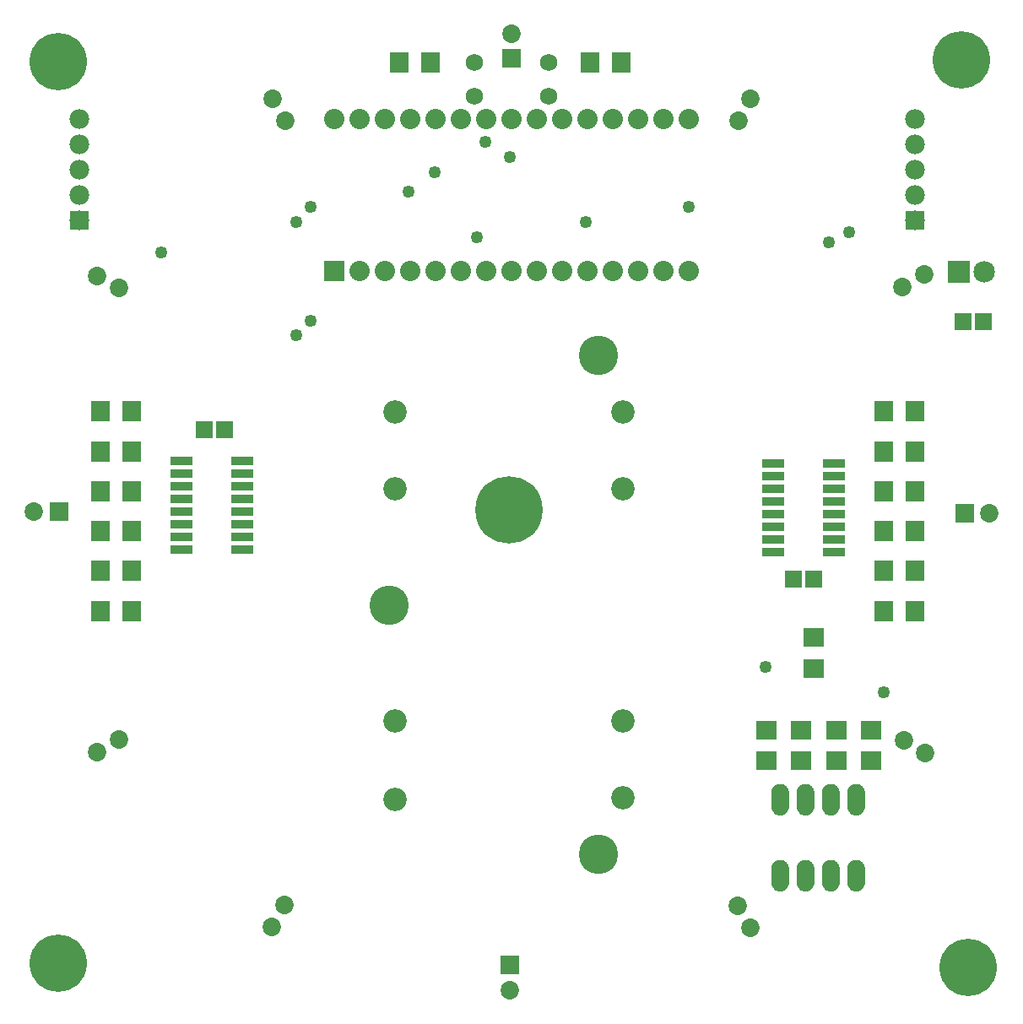
<source format=gts>
G04 MADE WITH FRITZING*
G04 WWW.FRITZING.ORG*
G04 DOUBLE SIDED*
G04 HOLES PLATED*
G04 CONTOUR ON CENTER OF CONTOUR VECTOR*
%ASAXBY*%
%FSLAX23Y23*%
%MOIN*%
%OFA0B0*%
%SFA1.0B1.0*%
%ADD10C,0.049370*%
%ADD11C,0.085000*%
%ADD12C,0.068189*%
%ADD13C,0.069055*%
%ADD14C,0.080000*%
%ADD15C,0.092677*%
%ADD16C,0.265905*%
%ADD17C,0.155669*%
%ADD18C,0.072992*%
%ADD19C,0.226535*%
%ADD20C,0.077559*%
%ADD21R,0.084803X0.072992*%
%ADD22R,0.085000X0.085000*%
%ADD23R,0.065118X0.069055*%
%ADD24R,0.090000X0.036000*%
%ADD25R,0.080000X0.079972*%
%ADD26R,0.072992X0.084803*%
%ADD27R,0.072992X0.072992*%
%ADD28R,0.077559X0.077559*%
%ADD29C,0.025748*%
%ADD30R,0.001000X0.001000*%
%LNMASK1*%
G90*
G70*
G54D10*
X1838Y3050D03*
G54D11*
X3741Y2912D03*
X3841Y2912D03*
G54D12*
X3036Y527D03*
X3136Y527D03*
X3236Y527D03*
X3336Y527D03*
X3336Y827D03*
X3236Y827D03*
X3136Y827D03*
X3036Y827D03*
G54D13*
X1829Y3739D03*
X1829Y3605D03*
X1829Y3739D03*
X1829Y3605D03*
X2120Y3739D03*
X2120Y3605D03*
X2120Y3739D03*
X2120Y3605D03*
G54D14*
X1273Y2914D03*
X1373Y2914D03*
X1473Y2914D03*
X1573Y2914D03*
X1673Y2914D03*
X1773Y2914D03*
X1873Y2914D03*
X1973Y2914D03*
X2073Y2914D03*
X2173Y2914D03*
X2273Y2914D03*
X2373Y2914D03*
X2473Y2914D03*
X2573Y2914D03*
X2673Y2914D03*
X1273Y3514D03*
X1373Y3514D03*
X1473Y3514D03*
X1573Y3514D03*
X1673Y3514D03*
X1773Y3514D03*
X1873Y3514D03*
X1973Y3514D03*
X2073Y3514D03*
X2173Y3514D03*
X2273Y3514D03*
X2373Y3514D03*
X2473Y3514D03*
X2573Y3514D03*
X2673Y3514D03*
G54D10*
X591Y2990D03*
X1123Y2661D03*
X1182Y2720D03*
X1182Y3168D03*
X1123Y3109D03*
X2269Y3110D03*
X2675Y3169D03*
X2976Y1351D03*
X3308Y3069D03*
X3445Y1253D03*
X3229Y3030D03*
X1670Y3305D03*
X1969Y3365D03*
X1567Y3230D03*
X1871Y3424D03*
G54D15*
X2415Y2358D03*
X2415Y2055D03*
X1515Y2055D03*
X1515Y2358D03*
X1515Y829D03*
X1515Y1140D03*
X2415Y1140D03*
X2415Y837D03*
G54D16*
X1965Y1971D03*
G54D17*
X2319Y2582D03*
X1492Y1597D03*
X2319Y613D03*
G54D18*
X424Y2848D03*
X338Y2897D03*
X424Y2848D03*
X338Y2897D03*
X1975Y3755D03*
X1975Y3853D03*
X1975Y3755D03*
X1975Y3853D03*
G54D19*
X184Y181D03*
X3751Y3749D03*
X183Y3741D03*
X3776Y167D03*
G54D20*
X269Y3117D03*
X269Y3217D03*
X269Y3317D03*
X269Y3417D03*
X269Y3517D03*
X3569Y3117D03*
X3569Y3217D03*
X3569Y3317D03*
X3569Y3417D03*
X3569Y3517D03*
G54D18*
X186Y1967D03*
X87Y1967D03*
X186Y1967D03*
X87Y1967D03*
X2870Y3509D03*
X2919Y3595D03*
X2870Y3509D03*
X2919Y3595D03*
X3519Y2853D03*
X3604Y2902D03*
X3519Y2853D03*
X3604Y2902D03*
X425Y1067D03*
X339Y1017D03*
X425Y1067D03*
X339Y1017D03*
X1077Y411D03*
X1027Y326D03*
X1077Y411D03*
X1027Y326D03*
X2868Y408D03*
X2917Y323D03*
X2868Y408D03*
X2917Y323D03*
X1969Y174D03*
X1969Y75D03*
X1969Y174D03*
X1969Y75D03*
X1080Y3510D03*
X1031Y3595D03*
X1080Y3510D03*
X1031Y3595D03*
X3763Y1960D03*
X3862Y1960D03*
X3763Y1960D03*
X3862Y1960D03*
X3523Y1062D03*
X3608Y1013D03*
X3523Y1062D03*
X3608Y1013D03*
G54D21*
X3394Y981D03*
X3394Y1103D03*
G54D22*
X3741Y2912D03*
G54D21*
X3256Y981D03*
X3256Y1103D03*
X3118Y981D03*
X3118Y1103D03*
X2980Y981D03*
X2980Y1103D03*
X3168Y1346D03*
X3168Y1468D03*
G54D23*
X841Y2290D03*
X760Y2290D03*
X3087Y1699D03*
X3168Y1699D03*
G54D24*
X670Y2167D03*
X670Y2117D03*
X670Y2067D03*
X670Y2017D03*
X670Y1967D03*
X670Y1917D03*
X670Y1867D03*
X670Y1817D03*
X912Y1817D03*
X912Y1867D03*
X912Y1917D03*
X912Y1967D03*
X912Y2017D03*
X912Y2067D03*
X912Y2117D03*
X912Y2167D03*
G54D25*
X1273Y2914D03*
G54D26*
X3445Y2361D03*
X3567Y2361D03*
X473Y1573D03*
X351Y1573D03*
X3445Y2203D03*
X3567Y2203D03*
X473Y1731D03*
X351Y1731D03*
X3445Y2046D03*
X3567Y2046D03*
X473Y1888D03*
X351Y1888D03*
X473Y2046D03*
X351Y2046D03*
X3445Y1888D03*
X3567Y1888D03*
X3445Y1731D03*
X3567Y1731D03*
G54D27*
X1975Y3755D03*
X1975Y3755D03*
G54D26*
X473Y2203D03*
X351Y2203D03*
X3445Y1573D03*
X3567Y1573D03*
G54D28*
X269Y3117D03*
G54D26*
X473Y2361D03*
X351Y2361D03*
G54D28*
X3569Y3117D03*
G54D27*
X186Y1967D03*
X186Y1967D03*
X1969Y174D03*
X1969Y174D03*
G54D24*
X3249Y1806D03*
X3249Y1856D03*
X3249Y1906D03*
X3249Y1956D03*
X3249Y2006D03*
X3249Y2056D03*
X3249Y2106D03*
X3249Y2156D03*
X3007Y2156D03*
X3007Y2106D03*
X3007Y2056D03*
X3007Y2006D03*
X3007Y1956D03*
X3007Y1906D03*
X3007Y1856D03*
X3007Y1806D03*
G54D27*
X3763Y1960D03*
X3763Y1960D03*
G54D23*
X3758Y2715D03*
X3839Y2715D03*
G54D26*
X1654Y3739D03*
X1532Y3739D03*
X2284Y3739D03*
X2406Y3739D03*
G54D29*
G36*
X415Y2881D02*
X456Y2857D01*
X432Y2816D01*
X391Y2840D01*
X415Y2881D01*
G37*
D02*
G36*
X415Y2881D02*
X456Y2857D01*
X432Y2816D01*
X391Y2840D01*
X415Y2881D01*
G37*
D02*
G36*
X2902Y3518D02*
X2878Y3477D01*
X2838Y3501D01*
X2861Y3542D01*
X2902Y3518D01*
G37*
D02*
G36*
X2902Y3518D02*
X2878Y3477D01*
X2838Y3501D01*
X2861Y3542D01*
X2902Y3518D01*
G37*
D02*
G36*
X3551Y2844D02*
X3510Y2820D01*
X3486Y2861D01*
X3527Y2885D01*
X3551Y2844D01*
G37*
D02*
G36*
X3551Y2844D02*
X3510Y2820D01*
X3486Y2861D01*
X3527Y2885D01*
X3551Y2844D01*
G37*
D02*
G36*
X392Y1075D02*
X433Y1099D01*
X457Y1058D01*
X416Y1034D01*
X392Y1075D01*
G37*
D02*
G36*
X392Y1075D02*
X433Y1099D01*
X457Y1058D01*
X416Y1034D01*
X392Y1075D01*
G37*
D02*
G36*
X1044Y403D02*
X1068Y444D01*
X1109Y420D01*
X1085Y379D01*
X1044Y403D01*
G37*
D02*
G36*
X1044Y403D02*
X1068Y444D01*
X1109Y420D01*
X1085Y379D01*
X1044Y403D01*
G37*
D02*
G36*
X2859Y376D02*
X2836Y416D01*
X2877Y440D01*
X2900Y399D01*
X2859Y376D01*
G37*
D02*
G36*
X2859Y376D02*
X2836Y416D01*
X2877Y440D01*
X2900Y399D01*
X2859Y376D01*
G37*
D02*
G36*
X1089Y3542D02*
X1113Y3502D01*
X1072Y3478D01*
X1048Y3519D01*
X1089Y3542D01*
G37*
D02*
G36*
X1089Y3542D02*
X1113Y3502D01*
X1072Y3478D01*
X1048Y3519D01*
X1089Y3542D01*
G37*
D02*
G36*
X3531Y1029D02*
X3490Y1053D01*
X3514Y1094D01*
X3555Y1070D01*
X3531Y1029D01*
G37*
D02*
G36*
X3531Y1029D02*
X3490Y1053D01*
X3514Y1094D01*
X3555Y1070D01*
X3531Y1029D01*
G37*
D02*
G54D30*
X3335Y891D02*
X3335Y891D01*
X3028Y890D02*
X3043Y890D01*
X3128Y890D02*
X3143Y890D01*
X3228Y890D02*
X3243Y890D01*
X3328Y890D02*
X3343Y890D01*
X3025Y889D02*
X3046Y889D01*
X3125Y889D02*
X3146Y889D01*
X3225Y889D02*
X3246Y889D01*
X3325Y889D02*
X3346Y889D01*
X3022Y888D02*
X3049Y888D01*
X3122Y888D02*
X3149Y888D01*
X3222Y888D02*
X3249Y888D01*
X3322Y888D02*
X3349Y888D01*
X3020Y887D02*
X3051Y887D01*
X3120Y887D02*
X3151Y887D01*
X3220Y887D02*
X3251Y887D01*
X3320Y887D02*
X3351Y887D01*
X3018Y886D02*
X3052Y886D01*
X3118Y886D02*
X3152Y886D01*
X3218Y886D02*
X3252Y886D01*
X3318Y886D02*
X3352Y886D01*
X3017Y885D02*
X3054Y885D01*
X3117Y885D02*
X3154Y885D01*
X3217Y885D02*
X3254Y885D01*
X3317Y885D02*
X3354Y885D01*
X3015Y884D02*
X3055Y884D01*
X3115Y884D02*
X3155Y884D01*
X3215Y884D02*
X3255Y884D01*
X3315Y884D02*
X3355Y884D01*
X3014Y883D02*
X3057Y883D01*
X3114Y883D02*
X3157Y883D01*
X3214Y883D02*
X3257Y883D01*
X3314Y883D02*
X3357Y883D01*
X3013Y882D02*
X3058Y882D01*
X3113Y882D02*
X3158Y882D01*
X3213Y882D02*
X3258Y882D01*
X3313Y882D02*
X3358Y882D01*
X3012Y881D02*
X3059Y881D01*
X3112Y881D02*
X3159Y881D01*
X3212Y881D02*
X3259Y881D01*
X3312Y881D02*
X3359Y881D01*
X3011Y880D02*
X3060Y880D01*
X3111Y880D02*
X3160Y880D01*
X3211Y880D02*
X3260Y880D01*
X3311Y880D02*
X3360Y880D01*
X3010Y879D02*
X3061Y879D01*
X3110Y879D02*
X3161Y879D01*
X3210Y879D02*
X3261Y879D01*
X3310Y879D02*
X3361Y879D01*
X3009Y878D02*
X3062Y878D01*
X3109Y878D02*
X3162Y878D01*
X3209Y878D02*
X3262Y878D01*
X3309Y878D02*
X3362Y878D01*
X3008Y877D02*
X3062Y877D01*
X3108Y877D02*
X3162Y877D01*
X3208Y877D02*
X3262Y877D01*
X3308Y877D02*
X3362Y877D01*
X3008Y876D02*
X3063Y876D01*
X3108Y876D02*
X3163Y876D01*
X3208Y876D02*
X3263Y876D01*
X3308Y876D02*
X3363Y876D01*
X3007Y875D02*
X3064Y875D01*
X3107Y875D02*
X3164Y875D01*
X3207Y875D02*
X3264Y875D01*
X3307Y875D02*
X3364Y875D01*
X3006Y874D02*
X3064Y874D01*
X3106Y874D02*
X3164Y874D01*
X3206Y874D02*
X3264Y874D01*
X3306Y874D02*
X3364Y874D01*
X3006Y873D02*
X3065Y873D01*
X3106Y873D02*
X3165Y873D01*
X3206Y873D02*
X3265Y873D01*
X3306Y873D02*
X3365Y873D01*
X3005Y872D02*
X3065Y872D01*
X3105Y872D02*
X3165Y872D01*
X3205Y872D02*
X3265Y872D01*
X3305Y872D02*
X3365Y872D01*
X3005Y871D02*
X3066Y871D01*
X3105Y871D02*
X3166Y871D01*
X3205Y871D02*
X3266Y871D01*
X3305Y871D02*
X3366Y871D01*
X3004Y870D02*
X3066Y870D01*
X3104Y870D02*
X3166Y870D01*
X3204Y870D02*
X3266Y870D01*
X3304Y870D02*
X3366Y870D01*
X3004Y869D02*
X3067Y869D01*
X3104Y869D02*
X3167Y869D01*
X3204Y869D02*
X3267Y869D01*
X3304Y869D02*
X3367Y869D01*
X3004Y868D02*
X3067Y868D01*
X3104Y868D02*
X3167Y868D01*
X3204Y868D02*
X3267Y868D01*
X3304Y868D02*
X3367Y868D01*
X3003Y867D02*
X3067Y867D01*
X3103Y867D02*
X3167Y867D01*
X3203Y867D02*
X3267Y867D01*
X3303Y867D02*
X3367Y867D01*
X3003Y866D02*
X3068Y866D01*
X3103Y866D02*
X3168Y866D01*
X3203Y866D02*
X3268Y866D01*
X3303Y866D02*
X3368Y866D01*
X3003Y865D02*
X3068Y865D01*
X3103Y865D02*
X3168Y865D01*
X3203Y865D02*
X3268Y865D01*
X3303Y865D02*
X3368Y865D01*
X3003Y864D02*
X3068Y864D01*
X3103Y864D02*
X3168Y864D01*
X3203Y864D02*
X3268Y864D01*
X3303Y864D02*
X3368Y864D01*
X3002Y863D02*
X3068Y863D01*
X3102Y863D02*
X3168Y863D01*
X3202Y863D02*
X3268Y863D01*
X3302Y863D02*
X3368Y863D01*
X3002Y862D02*
X3068Y862D01*
X3102Y862D02*
X3168Y862D01*
X3202Y862D02*
X3268Y862D01*
X3302Y862D02*
X3368Y862D01*
X3002Y861D02*
X3069Y861D01*
X3102Y861D02*
X3169Y861D01*
X3202Y861D02*
X3269Y861D01*
X3302Y861D02*
X3369Y861D01*
X3002Y860D02*
X3069Y860D01*
X3102Y860D02*
X3169Y860D01*
X3202Y860D02*
X3269Y860D01*
X3302Y860D02*
X3369Y860D01*
X3002Y859D02*
X3069Y859D01*
X3102Y859D02*
X3169Y859D01*
X3202Y859D02*
X3269Y859D01*
X3302Y859D02*
X3369Y859D01*
X3002Y858D02*
X3069Y858D01*
X3102Y858D02*
X3169Y858D01*
X3202Y858D02*
X3269Y858D01*
X3302Y858D02*
X3369Y858D01*
X3002Y857D02*
X3069Y857D01*
X3102Y857D02*
X3169Y857D01*
X3202Y857D02*
X3269Y857D01*
X3302Y857D02*
X3369Y857D01*
X3002Y856D02*
X3069Y856D01*
X3102Y856D02*
X3169Y856D01*
X3202Y856D02*
X3269Y856D01*
X3302Y856D02*
X3369Y856D01*
X3002Y855D02*
X3069Y855D01*
X3102Y855D02*
X3169Y855D01*
X3202Y855D02*
X3269Y855D01*
X3302Y855D02*
X3369Y855D01*
X3002Y854D02*
X3069Y854D01*
X3102Y854D02*
X3169Y854D01*
X3202Y854D02*
X3269Y854D01*
X3302Y854D02*
X3369Y854D01*
X3002Y853D02*
X3069Y853D01*
X3102Y853D02*
X3169Y853D01*
X3202Y853D02*
X3269Y853D01*
X3302Y853D02*
X3369Y853D01*
X3002Y852D02*
X3069Y852D01*
X3102Y852D02*
X3169Y852D01*
X3202Y852D02*
X3269Y852D01*
X3302Y852D02*
X3369Y852D01*
X3002Y851D02*
X3069Y851D01*
X3102Y851D02*
X3169Y851D01*
X3202Y851D02*
X3269Y851D01*
X3302Y851D02*
X3369Y851D01*
X3002Y850D02*
X3069Y850D01*
X3102Y850D02*
X3169Y850D01*
X3202Y850D02*
X3269Y850D01*
X3302Y850D02*
X3369Y850D01*
X3002Y849D02*
X3069Y849D01*
X3102Y849D02*
X3169Y849D01*
X3202Y849D02*
X3269Y849D01*
X3302Y849D02*
X3369Y849D01*
X3002Y848D02*
X3069Y848D01*
X3102Y848D02*
X3169Y848D01*
X3202Y848D02*
X3269Y848D01*
X3302Y848D02*
X3369Y848D01*
X3002Y847D02*
X3069Y847D01*
X3102Y847D02*
X3169Y847D01*
X3202Y847D02*
X3269Y847D01*
X3302Y847D02*
X3369Y847D01*
X3002Y846D02*
X3069Y846D01*
X3102Y846D02*
X3169Y846D01*
X3202Y846D02*
X3269Y846D01*
X3302Y846D02*
X3369Y846D01*
X3002Y845D02*
X3069Y845D01*
X3102Y845D02*
X3169Y845D01*
X3202Y845D02*
X3269Y845D01*
X3302Y845D02*
X3369Y845D01*
X3002Y844D02*
X3069Y844D01*
X3102Y844D02*
X3169Y844D01*
X3202Y844D02*
X3269Y844D01*
X3302Y844D02*
X3369Y844D01*
X3002Y843D02*
X3069Y843D01*
X3102Y843D02*
X3169Y843D01*
X3202Y843D02*
X3269Y843D01*
X3302Y843D02*
X3369Y843D01*
X3002Y842D02*
X3069Y842D01*
X3102Y842D02*
X3169Y842D01*
X3202Y842D02*
X3269Y842D01*
X3302Y842D02*
X3369Y842D01*
X3002Y841D02*
X3030Y841D01*
X3041Y841D02*
X3069Y841D01*
X3102Y841D02*
X3130Y841D01*
X3141Y841D02*
X3169Y841D01*
X3202Y841D02*
X3230Y841D01*
X3241Y841D02*
X3269Y841D01*
X3302Y841D02*
X3330Y841D01*
X3341Y841D02*
X3369Y841D01*
X3002Y840D02*
X3028Y840D01*
X3043Y840D02*
X3069Y840D01*
X3102Y840D02*
X3128Y840D01*
X3143Y840D02*
X3169Y840D01*
X3202Y840D02*
X3228Y840D01*
X3243Y840D02*
X3269Y840D01*
X3302Y840D02*
X3328Y840D01*
X3343Y840D02*
X3369Y840D01*
X3002Y839D02*
X3026Y839D01*
X3044Y839D02*
X3069Y839D01*
X3102Y839D02*
X3126Y839D01*
X3144Y839D02*
X3169Y839D01*
X3202Y839D02*
X3226Y839D01*
X3244Y839D02*
X3269Y839D01*
X3302Y839D02*
X3326Y839D01*
X3344Y839D02*
X3369Y839D01*
X3002Y838D02*
X3025Y838D01*
X3046Y838D02*
X3069Y838D01*
X3102Y838D02*
X3125Y838D01*
X3146Y838D02*
X3169Y838D01*
X3202Y838D02*
X3225Y838D01*
X3246Y838D02*
X3269Y838D01*
X3302Y838D02*
X3325Y838D01*
X3346Y838D02*
X3369Y838D01*
X3002Y837D02*
X3024Y837D01*
X3046Y837D02*
X3069Y837D01*
X3102Y837D02*
X3124Y837D01*
X3146Y837D02*
X3169Y837D01*
X3202Y837D02*
X3224Y837D01*
X3246Y837D02*
X3269Y837D01*
X3302Y837D02*
X3324Y837D01*
X3346Y837D02*
X3369Y837D01*
X3002Y836D02*
X3023Y836D01*
X3047Y836D02*
X3069Y836D01*
X3102Y836D02*
X3123Y836D01*
X3147Y836D02*
X3169Y836D01*
X3202Y836D02*
X3223Y836D01*
X3247Y836D02*
X3269Y836D01*
X3302Y836D02*
X3323Y836D01*
X3347Y836D02*
X3369Y836D01*
X3002Y835D02*
X3023Y835D01*
X3048Y835D02*
X3069Y835D01*
X3102Y835D02*
X3123Y835D01*
X3148Y835D02*
X3169Y835D01*
X3202Y835D02*
X3223Y835D01*
X3248Y835D02*
X3269Y835D01*
X3302Y835D02*
X3323Y835D01*
X3348Y835D02*
X3369Y835D01*
X3002Y834D02*
X3022Y834D01*
X3049Y834D02*
X3069Y834D01*
X3102Y834D02*
X3122Y834D01*
X3149Y834D02*
X3169Y834D01*
X3202Y834D02*
X3222Y834D01*
X3249Y834D02*
X3269Y834D01*
X3302Y834D02*
X3322Y834D01*
X3349Y834D02*
X3369Y834D01*
X3002Y833D02*
X3022Y833D01*
X3049Y833D02*
X3069Y833D01*
X3102Y833D02*
X3122Y833D01*
X3149Y833D02*
X3169Y833D01*
X3202Y833D02*
X3222Y833D01*
X3249Y833D02*
X3269Y833D01*
X3302Y833D02*
X3322Y833D01*
X3349Y833D02*
X3369Y833D01*
X3002Y832D02*
X3021Y832D01*
X3049Y832D02*
X3069Y832D01*
X3102Y832D02*
X3121Y832D01*
X3149Y832D02*
X3169Y832D01*
X3202Y832D02*
X3221Y832D01*
X3249Y832D02*
X3269Y832D01*
X3302Y832D02*
X3321Y832D01*
X3349Y832D02*
X3369Y832D01*
X3002Y831D02*
X3021Y831D01*
X3050Y831D02*
X3069Y831D01*
X3102Y831D02*
X3121Y831D01*
X3150Y831D02*
X3169Y831D01*
X3202Y831D02*
X3221Y831D01*
X3250Y831D02*
X3269Y831D01*
X3302Y831D02*
X3321Y831D01*
X3350Y831D02*
X3369Y831D01*
X3002Y830D02*
X3021Y830D01*
X3050Y830D02*
X3069Y830D01*
X3102Y830D02*
X3121Y830D01*
X3150Y830D02*
X3169Y830D01*
X3202Y830D02*
X3221Y830D01*
X3250Y830D02*
X3269Y830D01*
X3302Y830D02*
X3321Y830D01*
X3350Y830D02*
X3369Y830D01*
X3002Y829D02*
X3021Y829D01*
X3050Y829D02*
X3069Y829D01*
X3102Y829D02*
X3121Y829D01*
X3150Y829D02*
X3169Y829D01*
X3202Y829D02*
X3221Y829D01*
X3250Y829D02*
X3269Y829D01*
X3302Y829D02*
X3321Y829D01*
X3350Y829D02*
X3369Y829D01*
X3002Y828D02*
X3021Y828D01*
X3050Y828D02*
X3069Y828D01*
X3102Y828D02*
X3121Y828D01*
X3150Y828D02*
X3169Y828D01*
X3202Y828D02*
X3221Y828D01*
X3250Y828D02*
X3269Y828D01*
X3302Y828D02*
X3321Y828D01*
X3350Y828D02*
X3369Y828D01*
X3002Y827D02*
X3021Y827D01*
X3050Y827D02*
X3069Y827D01*
X3102Y827D02*
X3121Y827D01*
X3150Y827D02*
X3169Y827D01*
X3202Y827D02*
X3221Y827D01*
X3250Y827D02*
X3269Y827D01*
X3302Y827D02*
X3321Y827D01*
X3350Y827D02*
X3369Y827D01*
X3002Y826D02*
X3021Y826D01*
X3050Y826D02*
X3069Y826D01*
X3102Y826D02*
X3121Y826D01*
X3150Y826D02*
X3169Y826D01*
X3202Y826D02*
X3221Y826D01*
X3250Y826D02*
X3269Y826D01*
X3302Y826D02*
X3321Y826D01*
X3350Y826D02*
X3369Y826D01*
X3002Y825D02*
X3021Y825D01*
X3050Y825D02*
X3069Y825D01*
X3102Y825D02*
X3121Y825D01*
X3150Y825D02*
X3169Y825D01*
X3202Y825D02*
X3221Y825D01*
X3250Y825D02*
X3269Y825D01*
X3302Y825D02*
X3321Y825D01*
X3350Y825D02*
X3369Y825D01*
X3002Y824D02*
X3021Y824D01*
X3049Y824D02*
X3069Y824D01*
X3102Y824D02*
X3121Y824D01*
X3149Y824D02*
X3169Y824D01*
X3202Y824D02*
X3221Y824D01*
X3249Y824D02*
X3269Y824D01*
X3302Y824D02*
X3321Y824D01*
X3349Y824D02*
X3369Y824D01*
X3002Y823D02*
X3022Y823D01*
X3049Y823D02*
X3069Y823D01*
X3102Y823D02*
X3122Y823D01*
X3149Y823D02*
X3169Y823D01*
X3202Y823D02*
X3222Y823D01*
X3249Y823D02*
X3269Y823D01*
X3302Y823D02*
X3322Y823D01*
X3349Y823D02*
X3369Y823D01*
X3002Y822D02*
X3022Y822D01*
X3049Y822D02*
X3069Y822D01*
X3102Y822D02*
X3122Y822D01*
X3149Y822D02*
X3169Y822D01*
X3202Y822D02*
X3222Y822D01*
X3249Y822D02*
X3269Y822D01*
X3302Y822D02*
X3322Y822D01*
X3349Y822D02*
X3369Y822D01*
X3002Y821D02*
X3023Y821D01*
X3048Y821D02*
X3069Y821D01*
X3102Y821D02*
X3123Y821D01*
X3148Y821D02*
X3169Y821D01*
X3202Y821D02*
X3223Y821D01*
X3248Y821D02*
X3269Y821D01*
X3302Y821D02*
X3323Y821D01*
X3348Y821D02*
X3369Y821D01*
X3002Y820D02*
X3023Y820D01*
X3048Y820D02*
X3069Y820D01*
X3102Y820D02*
X3123Y820D01*
X3148Y820D02*
X3169Y820D01*
X3202Y820D02*
X3223Y820D01*
X3248Y820D02*
X3269Y820D01*
X3302Y820D02*
X3323Y820D01*
X3348Y820D02*
X3369Y820D01*
X3002Y819D02*
X3024Y819D01*
X3047Y819D02*
X3069Y819D01*
X3102Y819D02*
X3124Y819D01*
X3147Y819D02*
X3169Y819D01*
X3202Y819D02*
X3224Y819D01*
X3247Y819D02*
X3269Y819D01*
X3302Y819D02*
X3324Y819D01*
X3347Y819D02*
X3369Y819D01*
X3002Y818D02*
X3025Y818D01*
X3046Y818D02*
X3069Y818D01*
X3102Y818D02*
X3125Y818D01*
X3146Y818D02*
X3169Y818D01*
X3202Y818D02*
X3225Y818D01*
X3246Y818D02*
X3269Y818D01*
X3302Y818D02*
X3325Y818D01*
X3346Y818D02*
X3369Y818D01*
X3002Y817D02*
X3026Y817D01*
X3045Y817D02*
X3069Y817D01*
X3102Y817D02*
X3126Y817D01*
X3145Y817D02*
X3169Y817D01*
X3202Y817D02*
X3226Y817D01*
X3245Y817D02*
X3269Y817D01*
X3302Y817D02*
X3326Y817D01*
X3345Y817D02*
X3369Y817D01*
X3002Y816D02*
X3027Y816D01*
X3044Y816D02*
X3069Y816D01*
X3102Y816D02*
X3127Y816D01*
X3144Y816D02*
X3169Y816D01*
X3202Y816D02*
X3227Y816D01*
X3244Y816D02*
X3269Y816D01*
X3302Y816D02*
X3327Y816D01*
X3344Y816D02*
X3369Y816D01*
X3002Y815D02*
X3029Y815D01*
X3042Y815D02*
X3069Y815D01*
X3102Y815D02*
X3129Y815D01*
X3142Y815D02*
X3169Y815D01*
X3202Y815D02*
X3229Y815D01*
X3242Y815D02*
X3269Y815D01*
X3302Y815D02*
X3329Y815D01*
X3342Y815D02*
X3369Y815D01*
X3002Y814D02*
X3032Y814D01*
X3039Y814D02*
X3069Y814D01*
X3102Y814D02*
X3132Y814D01*
X3139Y814D02*
X3169Y814D01*
X3202Y814D02*
X3232Y814D01*
X3239Y814D02*
X3269Y814D01*
X3302Y814D02*
X3332Y814D01*
X3339Y814D02*
X3369Y814D01*
X3002Y813D02*
X3069Y813D01*
X3102Y813D02*
X3169Y813D01*
X3202Y813D02*
X3269Y813D01*
X3302Y813D02*
X3369Y813D01*
X3002Y812D02*
X3069Y812D01*
X3102Y812D02*
X3169Y812D01*
X3202Y812D02*
X3269Y812D01*
X3302Y812D02*
X3369Y812D01*
X3002Y811D02*
X3069Y811D01*
X3102Y811D02*
X3169Y811D01*
X3202Y811D02*
X3269Y811D01*
X3302Y811D02*
X3369Y811D01*
X3002Y810D02*
X3069Y810D01*
X3102Y810D02*
X3169Y810D01*
X3202Y810D02*
X3269Y810D01*
X3302Y810D02*
X3369Y810D01*
X3002Y809D02*
X3069Y809D01*
X3102Y809D02*
X3169Y809D01*
X3202Y809D02*
X3269Y809D01*
X3302Y809D02*
X3369Y809D01*
X3002Y808D02*
X3069Y808D01*
X3102Y808D02*
X3169Y808D01*
X3202Y808D02*
X3269Y808D01*
X3302Y808D02*
X3369Y808D01*
X3002Y807D02*
X3069Y807D01*
X3102Y807D02*
X3169Y807D01*
X3202Y807D02*
X3269Y807D01*
X3302Y807D02*
X3369Y807D01*
X3002Y806D02*
X3069Y806D01*
X3102Y806D02*
X3169Y806D01*
X3202Y806D02*
X3269Y806D01*
X3302Y806D02*
X3369Y806D01*
X3002Y805D02*
X3069Y805D01*
X3102Y805D02*
X3169Y805D01*
X3202Y805D02*
X3269Y805D01*
X3302Y805D02*
X3369Y805D01*
X3002Y804D02*
X3069Y804D01*
X3102Y804D02*
X3169Y804D01*
X3202Y804D02*
X3269Y804D01*
X3302Y804D02*
X3369Y804D01*
X3002Y803D02*
X3069Y803D01*
X3102Y803D02*
X3169Y803D01*
X3202Y803D02*
X3269Y803D01*
X3302Y803D02*
X3369Y803D01*
X3002Y802D02*
X3069Y802D01*
X3102Y802D02*
X3169Y802D01*
X3202Y802D02*
X3269Y802D01*
X3302Y802D02*
X3369Y802D01*
X3002Y801D02*
X3069Y801D01*
X3102Y801D02*
X3169Y801D01*
X3202Y801D02*
X3269Y801D01*
X3302Y801D02*
X3369Y801D01*
X3002Y800D02*
X3069Y800D01*
X3102Y800D02*
X3169Y800D01*
X3202Y800D02*
X3269Y800D01*
X3302Y800D02*
X3369Y800D01*
X3002Y799D02*
X3069Y799D01*
X3102Y799D02*
X3169Y799D01*
X3202Y799D02*
X3269Y799D01*
X3302Y799D02*
X3369Y799D01*
X3002Y798D02*
X3069Y798D01*
X3102Y798D02*
X3169Y798D01*
X3202Y798D02*
X3269Y798D01*
X3302Y798D02*
X3369Y798D01*
X3002Y797D02*
X3069Y797D01*
X3102Y797D02*
X3169Y797D01*
X3202Y797D02*
X3269Y797D01*
X3302Y797D02*
X3369Y797D01*
X3002Y796D02*
X3069Y796D01*
X3102Y796D02*
X3169Y796D01*
X3202Y796D02*
X3269Y796D01*
X3302Y796D02*
X3369Y796D01*
X3002Y795D02*
X3069Y795D01*
X3102Y795D02*
X3169Y795D01*
X3202Y795D02*
X3269Y795D01*
X3302Y795D02*
X3369Y795D01*
X3002Y794D02*
X3069Y794D01*
X3102Y794D02*
X3169Y794D01*
X3202Y794D02*
X3269Y794D01*
X3302Y794D02*
X3369Y794D01*
X3002Y793D02*
X3068Y793D01*
X3102Y793D02*
X3168Y793D01*
X3202Y793D02*
X3268Y793D01*
X3302Y793D02*
X3368Y793D01*
X3002Y792D02*
X3068Y792D01*
X3102Y792D02*
X3168Y792D01*
X3202Y792D02*
X3268Y792D01*
X3302Y792D02*
X3368Y792D01*
X3003Y791D02*
X3068Y791D01*
X3103Y791D02*
X3168Y791D01*
X3203Y791D02*
X3268Y791D01*
X3303Y791D02*
X3368Y791D01*
X3003Y790D02*
X3068Y790D01*
X3103Y790D02*
X3168Y790D01*
X3203Y790D02*
X3268Y790D01*
X3303Y790D02*
X3368Y790D01*
X3003Y789D02*
X3067Y789D01*
X3103Y789D02*
X3167Y789D01*
X3203Y789D02*
X3267Y789D01*
X3303Y789D02*
X3367Y789D01*
X3004Y788D02*
X3067Y788D01*
X3104Y788D02*
X3167Y788D01*
X3204Y788D02*
X3267Y788D01*
X3304Y788D02*
X3367Y788D01*
X3004Y787D02*
X3067Y787D01*
X3104Y787D02*
X3167Y787D01*
X3204Y787D02*
X3267Y787D01*
X3304Y787D02*
X3367Y787D01*
X3004Y786D02*
X3066Y786D01*
X3104Y786D02*
X3166Y786D01*
X3204Y786D02*
X3266Y786D01*
X3304Y786D02*
X3366Y786D01*
X3005Y785D02*
X3066Y785D01*
X3105Y785D02*
X3166Y785D01*
X3205Y785D02*
X3266Y785D01*
X3305Y785D02*
X3366Y785D01*
X3005Y784D02*
X3065Y784D01*
X3105Y784D02*
X3165Y784D01*
X3205Y784D02*
X3265Y784D01*
X3305Y784D02*
X3365Y784D01*
X3006Y783D02*
X3065Y783D01*
X3106Y783D02*
X3165Y783D01*
X3206Y783D02*
X3265Y783D01*
X3306Y783D02*
X3365Y783D01*
X3006Y782D02*
X3064Y782D01*
X3106Y782D02*
X3164Y782D01*
X3206Y782D02*
X3264Y782D01*
X3306Y782D02*
X3364Y782D01*
X3007Y781D02*
X3064Y781D01*
X3107Y781D02*
X3164Y781D01*
X3207Y781D02*
X3264Y781D01*
X3307Y781D02*
X3364Y781D01*
X3007Y780D02*
X3063Y780D01*
X3107Y780D02*
X3163Y780D01*
X3207Y780D02*
X3263Y780D01*
X3307Y780D02*
X3363Y780D01*
X3008Y779D02*
X3063Y779D01*
X3108Y779D02*
X3163Y779D01*
X3208Y779D02*
X3263Y779D01*
X3308Y779D02*
X3363Y779D01*
X3009Y778D02*
X3062Y778D01*
X3109Y778D02*
X3162Y778D01*
X3209Y778D02*
X3262Y778D01*
X3309Y778D02*
X3362Y778D01*
X3010Y777D02*
X3061Y777D01*
X3110Y777D02*
X3161Y777D01*
X3210Y777D02*
X3261Y777D01*
X3310Y777D02*
X3361Y777D01*
X3010Y776D02*
X3060Y776D01*
X3110Y776D02*
X3160Y776D01*
X3210Y776D02*
X3260Y776D01*
X3310Y776D02*
X3360Y776D01*
X3011Y775D02*
X3059Y775D01*
X3111Y775D02*
X3159Y775D01*
X3211Y775D02*
X3259Y775D01*
X3311Y775D02*
X3359Y775D01*
X3012Y774D02*
X3058Y774D01*
X3112Y774D02*
X3158Y774D01*
X3212Y774D02*
X3258Y774D01*
X3312Y774D02*
X3358Y774D01*
X3014Y773D02*
X3057Y773D01*
X3114Y773D02*
X3157Y773D01*
X3214Y773D02*
X3257Y773D01*
X3314Y773D02*
X3357Y773D01*
X3015Y772D02*
X3056Y772D01*
X3115Y772D02*
X3156Y772D01*
X3215Y772D02*
X3256Y772D01*
X3315Y772D02*
X3356Y772D01*
X3016Y771D02*
X3055Y771D01*
X3116Y771D02*
X3155Y771D01*
X3216Y771D02*
X3255Y771D01*
X3316Y771D02*
X3355Y771D01*
X3018Y770D02*
X3053Y770D01*
X3118Y770D02*
X3153Y770D01*
X3218Y770D02*
X3253Y770D01*
X3318Y770D02*
X3353Y770D01*
X3019Y769D02*
X3051Y769D01*
X3119Y769D02*
X3151Y769D01*
X3219Y769D02*
X3251Y769D01*
X3319Y769D02*
X3351Y769D01*
X3021Y768D02*
X3049Y768D01*
X3121Y768D02*
X3149Y768D01*
X3221Y768D02*
X3249Y768D01*
X3321Y768D02*
X3349Y768D01*
X3024Y767D02*
X3047Y767D01*
X3124Y767D02*
X3147Y767D01*
X3224Y767D02*
X3247Y767D01*
X3324Y767D02*
X3347Y767D01*
X3027Y766D02*
X3044Y766D01*
X3127Y766D02*
X3144Y766D01*
X3227Y766D02*
X3244Y766D01*
X3327Y766D02*
X3344Y766D01*
X3031Y765D02*
X3039Y765D01*
X3131Y765D02*
X3139Y765D01*
X3231Y765D02*
X3239Y765D01*
X3331Y765D02*
X3339Y765D01*
X3335Y591D02*
X3335Y591D01*
X3028Y590D02*
X3043Y590D01*
X3128Y590D02*
X3143Y590D01*
X3228Y590D02*
X3243Y590D01*
X3328Y590D02*
X3343Y590D01*
X3025Y589D02*
X3046Y589D01*
X3125Y589D02*
X3146Y589D01*
X3225Y589D02*
X3246Y589D01*
X3325Y589D02*
X3346Y589D01*
X3022Y588D02*
X3049Y588D01*
X3122Y588D02*
X3149Y588D01*
X3222Y588D02*
X3249Y588D01*
X3322Y588D02*
X3349Y588D01*
X3020Y587D02*
X3051Y587D01*
X3120Y587D02*
X3151Y587D01*
X3220Y587D02*
X3251Y587D01*
X3320Y587D02*
X3351Y587D01*
X3018Y586D02*
X3052Y586D01*
X3118Y586D02*
X3152Y586D01*
X3218Y586D02*
X3252Y586D01*
X3318Y586D02*
X3352Y586D01*
X3017Y585D02*
X3054Y585D01*
X3117Y585D02*
X3154Y585D01*
X3217Y585D02*
X3254Y585D01*
X3317Y585D02*
X3354Y585D01*
X3015Y584D02*
X3055Y584D01*
X3115Y584D02*
X3155Y584D01*
X3215Y584D02*
X3255Y584D01*
X3315Y584D02*
X3355Y584D01*
X3014Y583D02*
X3057Y583D01*
X3114Y583D02*
X3157Y583D01*
X3214Y583D02*
X3257Y583D01*
X3314Y583D02*
X3357Y583D01*
X3013Y582D02*
X3058Y582D01*
X3113Y582D02*
X3158Y582D01*
X3213Y582D02*
X3258Y582D01*
X3313Y582D02*
X3358Y582D01*
X3012Y581D02*
X3059Y581D01*
X3112Y581D02*
X3159Y581D01*
X3212Y581D02*
X3259Y581D01*
X3312Y581D02*
X3359Y581D01*
X3011Y580D02*
X3060Y580D01*
X3111Y580D02*
X3160Y580D01*
X3211Y580D02*
X3260Y580D01*
X3311Y580D02*
X3360Y580D01*
X3010Y579D02*
X3061Y579D01*
X3110Y579D02*
X3161Y579D01*
X3210Y579D02*
X3261Y579D01*
X3310Y579D02*
X3361Y579D01*
X3009Y578D02*
X3062Y578D01*
X3109Y578D02*
X3162Y578D01*
X3209Y578D02*
X3262Y578D01*
X3309Y578D02*
X3362Y578D01*
X3008Y577D02*
X3062Y577D01*
X3108Y577D02*
X3162Y577D01*
X3208Y577D02*
X3262Y577D01*
X3308Y577D02*
X3362Y577D01*
X3008Y576D02*
X3063Y576D01*
X3108Y576D02*
X3163Y576D01*
X3208Y576D02*
X3263Y576D01*
X3308Y576D02*
X3363Y576D01*
X3007Y575D02*
X3064Y575D01*
X3107Y575D02*
X3164Y575D01*
X3207Y575D02*
X3264Y575D01*
X3307Y575D02*
X3364Y575D01*
X3006Y574D02*
X3064Y574D01*
X3106Y574D02*
X3164Y574D01*
X3206Y574D02*
X3264Y574D01*
X3306Y574D02*
X3364Y574D01*
X3006Y573D02*
X3065Y573D01*
X3106Y573D02*
X3165Y573D01*
X3206Y573D02*
X3265Y573D01*
X3306Y573D02*
X3365Y573D01*
X3005Y572D02*
X3065Y572D01*
X3105Y572D02*
X3165Y572D01*
X3205Y572D02*
X3265Y572D01*
X3305Y572D02*
X3365Y572D01*
X3005Y571D02*
X3066Y571D01*
X3105Y571D02*
X3166Y571D01*
X3205Y571D02*
X3266Y571D01*
X3305Y571D02*
X3366Y571D01*
X3004Y570D02*
X3066Y570D01*
X3104Y570D02*
X3166Y570D01*
X3204Y570D02*
X3266Y570D01*
X3304Y570D02*
X3366Y570D01*
X3004Y569D02*
X3067Y569D01*
X3104Y569D02*
X3167Y569D01*
X3204Y569D02*
X3267Y569D01*
X3304Y569D02*
X3367Y569D01*
X3004Y568D02*
X3067Y568D01*
X3104Y568D02*
X3167Y568D01*
X3204Y568D02*
X3267Y568D01*
X3304Y568D02*
X3367Y568D01*
X3003Y567D02*
X3067Y567D01*
X3103Y567D02*
X3167Y567D01*
X3203Y567D02*
X3267Y567D01*
X3303Y567D02*
X3367Y567D01*
X3003Y566D02*
X3068Y566D01*
X3103Y566D02*
X3168Y566D01*
X3203Y566D02*
X3268Y566D01*
X3303Y566D02*
X3368Y566D01*
X3003Y565D02*
X3068Y565D01*
X3103Y565D02*
X3168Y565D01*
X3203Y565D02*
X3268Y565D01*
X3303Y565D02*
X3368Y565D01*
X3003Y564D02*
X3068Y564D01*
X3103Y564D02*
X3168Y564D01*
X3203Y564D02*
X3268Y564D01*
X3303Y564D02*
X3368Y564D01*
X3002Y563D02*
X3068Y563D01*
X3102Y563D02*
X3168Y563D01*
X3202Y563D02*
X3268Y563D01*
X3302Y563D02*
X3368Y563D01*
X3002Y562D02*
X3068Y562D01*
X3102Y562D02*
X3168Y562D01*
X3202Y562D02*
X3268Y562D01*
X3302Y562D02*
X3368Y562D01*
X3002Y561D02*
X3069Y561D01*
X3102Y561D02*
X3169Y561D01*
X3202Y561D02*
X3269Y561D01*
X3302Y561D02*
X3369Y561D01*
X3002Y560D02*
X3069Y560D01*
X3102Y560D02*
X3169Y560D01*
X3202Y560D02*
X3269Y560D01*
X3302Y560D02*
X3369Y560D01*
X3002Y559D02*
X3069Y559D01*
X3102Y559D02*
X3169Y559D01*
X3202Y559D02*
X3269Y559D01*
X3302Y559D02*
X3369Y559D01*
X3002Y558D02*
X3069Y558D01*
X3102Y558D02*
X3169Y558D01*
X3202Y558D02*
X3269Y558D01*
X3302Y558D02*
X3369Y558D01*
X3002Y557D02*
X3069Y557D01*
X3102Y557D02*
X3169Y557D01*
X3202Y557D02*
X3269Y557D01*
X3302Y557D02*
X3369Y557D01*
X3002Y556D02*
X3069Y556D01*
X3102Y556D02*
X3169Y556D01*
X3202Y556D02*
X3269Y556D01*
X3302Y556D02*
X3369Y556D01*
X3002Y555D02*
X3069Y555D01*
X3102Y555D02*
X3169Y555D01*
X3202Y555D02*
X3269Y555D01*
X3302Y555D02*
X3369Y555D01*
X3002Y554D02*
X3069Y554D01*
X3102Y554D02*
X3169Y554D01*
X3202Y554D02*
X3269Y554D01*
X3302Y554D02*
X3369Y554D01*
X3002Y553D02*
X3069Y553D01*
X3102Y553D02*
X3169Y553D01*
X3202Y553D02*
X3269Y553D01*
X3302Y553D02*
X3369Y553D01*
X3002Y552D02*
X3069Y552D01*
X3102Y552D02*
X3169Y552D01*
X3202Y552D02*
X3269Y552D01*
X3302Y552D02*
X3369Y552D01*
X3002Y551D02*
X3069Y551D01*
X3102Y551D02*
X3169Y551D01*
X3202Y551D02*
X3269Y551D01*
X3302Y551D02*
X3369Y551D01*
X3002Y550D02*
X3069Y550D01*
X3102Y550D02*
X3169Y550D01*
X3202Y550D02*
X3269Y550D01*
X3302Y550D02*
X3369Y550D01*
X3002Y549D02*
X3069Y549D01*
X3102Y549D02*
X3169Y549D01*
X3202Y549D02*
X3269Y549D01*
X3302Y549D02*
X3369Y549D01*
X3002Y548D02*
X3069Y548D01*
X3102Y548D02*
X3169Y548D01*
X3202Y548D02*
X3269Y548D01*
X3302Y548D02*
X3369Y548D01*
X3002Y547D02*
X3069Y547D01*
X3102Y547D02*
X3169Y547D01*
X3202Y547D02*
X3269Y547D01*
X3302Y547D02*
X3369Y547D01*
X3002Y546D02*
X3069Y546D01*
X3102Y546D02*
X3169Y546D01*
X3202Y546D02*
X3269Y546D01*
X3302Y546D02*
X3369Y546D01*
X3002Y545D02*
X3069Y545D01*
X3102Y545D02*
X3169Y545D01*
X3202Y545D02*
X3269Y545D01*
X3302Y545D02*
X3369Y545D01*
X3002Y544D02*
X3069Y544D01*
X3102Y544D02*
X3169Y544D01*
X3202Y544D02*
X3269Y544D01*
X3302Y544D02*
X3369Y544D01*
X3002Y543D02*
X3069Y543D01*
X3102Y543D02*
X3169Y543D01*
X3202Y543D02*
X3269Y543D01*
X3302Y543D02*
X3369Y543D01*
X3002Y542D02*
X3069Y542D01*
X3102Y542D02*
X3169Y542D01*
X3202Y542D02*
X3269Y542D01*
X3302Y542D02*
X3369Y542D01*
X3002Y541D02*
X3030Y541D01*
X3041Y541D02*
X3069Y541D01*
X3102Y541D02*
X3130Y541D01*
X3141Y541D02*
X3169Y541D01*
X3202Y541D02*
X3230Y541D01*
X3241Y541D02*
X3269Y541D01*
X3302Y541D02*
X3330Y541D01*
X3341Y541D02*
X3369Y541D01*
X3002Y540D02*
X3028Y540D01*
X3043Y540D02*
X3069Y540D01*
X3102Y540D02*
X3128Y540D01*
X3143Y540D02*
X3169Y540D01*
X3202Y540D02*
X3228Y540D01*
X3243Y540D02*
X3269Y540D01*
X3302Y540D02*
X3328Y540D01*
X3343Y540D02*
X3369Y540D01*
X3002Y539D02*
X3026Y539D01*
X3044Y539D02*
X3069Y539D01*
X3102Y539D02*
X3126Y539D01*
X3144Y539D02*
X3169Y539D01*
X3202Y539D02*
X3226Y539D01*
X3244Y539D02*
X3269Y539D01*
X3302Y539D02*
X3326Y539D01*
X3344Y539D02*
X3369Y539D01*
X3002Y538D02*
X3025Y538D01*
X3046Y538D02*
X3069Y538D01*
X3102Y538D02*
X3125Y538D01*
X3146Y538D02*
X3169Y538D01*
X3202Y538D02*
X3225Y538D01*
X3246Y538D02*
X3269Y538D01*
X3302Y538D02*
X3325Y538D01*
X3346Y538D02*
X3369Y538D01*
X3002Y537D02*
X3024Y537D01*
X3046Y537D02*
X3069Y537D01*
X3102Y537D02*
X3124Y537D01*
X3146Y537D02*
X3169Y537D01*
X3202Y537D02*
X3224Y537D01*
X3246Y537D02*
X3269Y537D01*
X3302Y537D02*
X3324Y537D01*
X3346Y537D02*
X3369Y537D01*
X3002Y536D02*
X3023Y536D01*
X3047Y536D02*
X3069Y536D01*
X3102Y536D02*
X3123Y536D01*
X3147Y536D02*
X3169Y536D01*
X3202Y536D02*
X3223Y536D01*
X3247Y536D02*
X3269Y536D01*
X3302Y536D02*
X3323Y536D01*
X3347Y536D02*
X3369Y536D01*
X3002Y535D02*
X3023Y535D01*
X3048Y535D02*
X3069Y535D01*
X3102Y535D02*
X3123Y535D01*
X3148Y535D02*
X3169Y535D01*
X3202Y535D02*
X3223Y535D01*
X3248Y535D02*
X3269Y535D01*
X3302Y535D02*
X3323Y535D01*
X3348Y535D02*
X3369Y535D01*
X3002Y534D02*
X3022Y534D01*
X3049Y534D02*
X3069Y534D01*
X3102Y534D02*
X3122Y534D01*
X3149Y534D02*
X3169Y534D01*
X3202Y534D02*
X3222Y534D01*
X3249Y534D02*
X3269Y534D01*
X3302Y534D02*
X3322Y534D01*
X3349Y534D02*
X3369Y534D01*
X3002Y533D02*
X3022Y533D01*
X3049Y533D02*
X3069Y533D01*
X3102Y533D02*
X3122Y533D01*
X3149Y533D02*
X3169Y533D01*
X3202Y533D02*
X3222Y533D01*
X3249Y533D02*
X3269Y533D01*
X3302Y533D02*
X3322Y533D01*
X3349Y533D02*
X3369Y533D01*
X3002Y532D02*
X3021Y532D01*
X3049Y532D02*
X3069Y532D01*
X3102Y532D02*
X3121Y532D01*
X3149Y532D02*
X3169Y532D01*
X3202Y532D02*
X3221Y532D01*
X3249Y532D02*
X3269Y532D01*
X3302Y532D02*
X3321Y532D01*
X3349Y532D02*
X3369Y532D01*
X3002Y531D02*
X3021Y531D01*
X3050Y531D02*
X3069Y531D01*
X3102Y531D02*
X3121Y531D01*
X3150Y531D02*
X3169Y531D01*
X3202Y531D02*
X3221Y531D01*
X3250Y531D02*
X3269Y531D01*
X3302Y531D02*
X3321Y531D01*
X3350Y531D02*
X3369Y531D01*
X3002Y530D02*
X3021Y530D01*
X3050Y530D02*
X3069Y530D01*
X3102Y530D02*
X3121Y530D01*
X3150Y530D02*
X3169Y530D01*
X3202Y530D02*
X3221Y530D01*
X3250Y530D02*
X3269Y530D01*
X3302Y530D02*
X3321Y530D01*
X3350Y530D02*
X3369Y530D01*
X3002Y529D02*
X3021Y529D01*
X3050Y529D02*
X3069Y529D01*
X3102Y529D02*
X3121Y529D01*
X3150Y529D02*
X3169Y529D01*
X3202Y529D02*
X3221Y529D01*
X3250Y529D02*
X3269Y529D01*
X3302Y529D02*
X3321Y529D01*
X3350Y529D02*
X3369Y529D01*
X3002Y528D02*
X3021Y528D01*
X3050Y528D02*
X3069Y528D01*
X3102Y528D02*
X3121Y528D01*
X3150Y528D02*
X3169Y528D01*
X3202Y528D02*
X3221Y528D01*
X3250Y528D02*
X3269Y528D01*
X3302Y528D02*
X3321Y528D01*
X3350Y528D02*
X3369Y528D01*
X3002Y527D02*
X3021Y527D01*
X3050Y527D02*
X3069Y527D01*
X3102Y527D02*
X3121Y527D01*
X3150Y527D02*
X3169Y527D01*
X3202Y527D02*
X3221Y527D01*
X3250Y527D02*
X3269Y527D01*
X3302Y527D02*
X3321Y527D01*
X3350Y527D02*
X3369Y527D01*
X3002Y526D02*
X3021Y526D01*
X3050Y526D02*
X3069Y526D01*
X3102Y526D02*
X3121Y526D01*
X3150Y526D02*
X3169Y526D01*
X3202Y526D02*
X3221Y526D01*
X3250Y526D02*
X3269Y526D01*
X3302Y526D02*
X3321Y526D01*
X3350Y526D02*
X3369Y526D01*
X3002Y525D02*
X3021Y525D01*
X3050Y525D02*
X3069Y525D01*
X3102Y525D02*
X3121Y525D01*
X3150Y525D02*
X3169Y525D01*
X3202Y525D02*
X3221Y525D01*
X3250Y525D02*
X3269Y525D01*
X3302Y525D02*
X3321Y525D01*
X3350Y525D02*
X3369Y525D01*
X3002Y524D02*
X3021Y524D01*
X3049Y524D02*
X3069Y524D01*
X3102Y524D02*
X3121Y524D01*
X3149Y524D02*
X3169Y524D01*
X3202Y524D02*
X3221Y524D01*
X3249Y524D02*
X3269Y524D01*
X3302Y524D02*
X3321Y524D01*
X3349Y524D02*
X3369Y524D01*
X3002Y523D02*
X3022Y523D01*
X3049Y523D02*
X3069Y523D01*
X3102Y523D02*
X3122Y523D01*
X3149Y523D02*
X3169Y523D01*
X3202Y523D02*
X3222Y523D01*
X3249Y523D02*
X3269Y523D01*
X3302Y523D02*
X3322Y523D01*
X3349Y523D02*
X3369Y523D01*
X3002Y522D02*
X3022Y522D01*
X3049Y522D02*
X3069Y522D01*
X3102Y522D02*
X3122Y522D01*
X3149Y522D02*
X3169Y522D01*
X3202Y522D02*
X3222Y522D01*
X3249Y522D02*
X3269Y522D01*
X3302Y522D02*
X3322Y522D01*
X3349Y522D02*
X3369Y522D01*
X3002Y521D02*
X3023Y521D01*
X3048Y521D02*
X3069Y521D01*
X3102Y521D02*
X3123Y521D01*
X3148Y521D02*
X3169Y521D01*
X3202Y521D02*
X3223Y521D01*
X3248Y521D02*
X3269Y521D01*
X3302Y521D02*
X3323Y521D01*
X3348Y521D02*
X3369Y521D01*
X3002Y520D02*
X3023Y520D01*
X3048Y520D02*
X3069Y520D01*
X3102Y520D02*
X3123Y520D01*
X3148Y520D02*
X3169Y520D01*
X3202Y520D02*
X3223Y520D01*
X3248Y520D02*
X3269Y520D01*
X3302Y520D02*
X3323Y520D01*
X3348Y520D02*
X3369Y520D01*
X3002Y519D02*
X3024Y519D01*
X3047Y519D02*
X3069Y519D01*
X3102Y519D02*
X3124Y519D01*
X3147Y519D02*
X3169Y519D01*
X3202Y519D02*
X3224Y519D01*
X3247Y519D02*
X3269Y519D01*
X3302Y519D02*
X3324Y519D01*
X3347Y519D02*
X3369Y519D01*
X3002Y518D02*
X3025Y518D01*
X3046Y518D02*
X3069Y518D01*
X3102Y518D02*
X3125Y518D01*
X3146Y518D02*
X3169Y518D01*
X3202Y518D02*
X3225Y518D01*
X3246Y518D02*
X3269Y518D01*
X3302Y518D02*
X3325Y518D01*
X3346Y518D02*
X3369Y518D01*
X3002Y517D02*
X3026Y517D01*
X3045Y517D02*
X3069Y517D01*
X3102Y517D02*
X3126Y517D01*
X3145Y517D02*
X3169Y517D01*
X3202Y517D02*
X3226Y517D01*
X3245Y517D02*
X3269Y517D01*
X3302Y517D02*
X3326Y517D01*
X3345Y517D02*
X3369Y517D01*
X3002Y516D02*
X3027Y516D01*
X3044Y516D02*
X3069Y516D01*
X3102Y516D02*
X3127Y516D01*
X3144Y516D02*
X3169Y516D01*
X3202Y516D02*
X3227Y516D01*
X3244Y516D02*
X3269Y516D01*
X3302Y516D02*
X3327Y516D01*
X3344Y516D02*
X3369Y516D01*
X3002Y515D02*
X3029Y515D01*
X3042Y515D02*
X3069Y515D01*
X3102Y515D02*
X3129Y515D01*
X3142Y515D02*
X3169Y515D01*
X3202Y515D02*
X3229Y515D01*
X3242Y515D02*
X3269Y515D01*
X3302Y515D02*
X3329Y515D01*
X3342Y515D02*
X3369Y515D01*
X3002Y514D02*
X3032Y514D01*
X3039Y514D02*
X3069Y514D01*
X3102Y514D02*
X3132Y514D01*
X3139Y514D02*
X3169Y514D01*
X3202Y514D02*
X3232Y514D01*
X3239Y514D02*
X3269Y514D01*
X3302Y514D02*
X3332Y514D01*
X3339Y514D02*
X3369Y514D01*
X3002Y513D02*
X3069Y513D01*
X3102Y513D02*
X3169Y513D01*
X3202Y513D02*
X3269Y513D01*
X3302Y513D02*
X3369Y513D01*
X3002Y512D02*
X3069Y512D01*
X3102Y512D02*
X3169Y512D01*
X3202Y512D02*
X3269Y512D01*
X3302Y512D02*
X3369Y512D01*
X3002Y511D02*
X3069Y511D01*
X3102Y511D02*
X3169Y511D01*
X3202Y511D02*
X3269Y511D01*
X3302Y511D02*
X3369Y511D01*
X3002Y510D02*
X3069Y510D01*
X3102Y510D02*
X3169Y510D01*
X3202Y510D02*
X3269Y510D01*
X3302Y510D02*
X3369Y510D01*
X3002Y509D02*
X3069Y509D01*
X3102Y509D02*
X3169Y509D01*
X3202Y509D02*
X3269Y509D01*
X3302Y509D02*
X3369Y509D01*
X3002Y508D02*
X3069Y508D01*
X3102Y508D02*
X3169Y508D01*
X3202Y508D02*
X3269Y508D01*
X3302Y508D02*
X3369Y508D01*
X3002Y507D02*
X3069Y507D01*
X3102Y507D02*
X3169Y507D01*
X3202Y507D02*
X3269Y507D01*
X3302Y507D02*
X3369Y507D01*
X3002Y506D02*
X3069Y506D01*
X3102Y506D02*
X3169Y506D01*
X3202Y506D02*
X3269Y506D01*
X3302Y506D02*
X3369Y506D01*
X3002Y505D02*
X3069Y505D01*
X3102Y505D02*
X3169Y505D01*
X3202Y505D02*
X3269Y505D01*
X3302Y505D02*
X3369Y505D01*
X3002Y504D02*
X3069Y504D01*
X3102Y504D02*
X3169Y504D01*
X3202Y504D02*
X3269Y504D01*
X3302Y504D02*
X3369Y504D01*
X3002Y503D02*
X3069Y503D01*
X3102Y503D02*
X3169Y503D01*
X3202Y503D02*
X3269Y503D01*
X3302Y503D02*
X3369Y503D01*
X3002Y502D02*
X3069Y502D01*
X3102Y502D02*
X3169Y502D01*
X3202Y502D02*
X3269Y502D01*
X3302Y502D02*
X3369Y502D01*
X3002Y501D02*
X3069Y501D01*
X3102Y501D02*
X3169Y501D01*
X3202Y501D02*
X3269Y501D01*
X3302Y501D02*
X3369Y501D01*
X3002Y500D02*
X3069Y500D01*
X3102Y500D02*
X3169Y500D01*
X3202Y500D02*
X3269Y500D01*
X3302Y500D02*
X3369Y500D01*
X3002Y499D02*
X3069Y499D01*
X3102Y499D02*
X3169Y499D01*
X3202Y499D02*
X3269Y499D01*
X3302Y499D02*
X3369Y499D01*
X3002Y498D02*
X3069Y498D01*
X3102Y498D02*
X3169Y498D01*
X3202Y498D02*
X3269Y498D01*
X3302Y498D02*
X3369Y498D01*
X3002Y497D02*
X3069Y497D01*
X3102Y497D02*
X3169Y497D01*
X3202Y497D02*
X3269Y497D01*
X3302Y497D02*
X3369Y497D01*
X3002Y496D02*
X3069Y496D01*
X3102Y496D02*
X3169Y496D01*
X3202Y496D02*
X3269Y496D01*
X3302Y496D02*
X3369Y496D01*
X3002Y495D02*
X3069Y495D01*
X3102Y495D02*
X3169Y495D01*
X3202Y495D02*
X3269Y495D01*
X3302Y495D02*
X3369Y495D01*
X3002Y494D02*
X3069Y494D01*
X3102Y494D02*
X3169Y494D01*
X3202Y494D02*
X3269Y494D01*
X3302Y494D02*
X3369Y494D01*
X3002Y493D02*
X3068Y493D01*
X3102Y493D02*
X3168Y493D01*
X3202Y493D02*
X3268Y493D01*
X3302Y493D02*
X3368Y493D01*
X3002Y492D02*
X3068Y492D01*
X3102Y492D02*
X3168Y492D01*
X3202Y492D02*
X3268Y492D01*
X3302Y492D02*
X3368Y492D01*
X3003Y491D02*
X3068Y491D01*
X3103Y491D02*
X3168Y491D01*
X3203Y491D02*
X3268Y491D01*
X3303Y491D02*
X3368Y491D01*
X3003Y490D02*
X3068Y490D01*
X3103Y490D02*
X3168Y490D01*
X3203Y490D02*
X3268Y490D01*
X3303Y490D02*
X3368Y490D01*
X3003Y489D02*
X3067Y489D01*
X3103Y489D02*
X3167Y489D01*
X3203Y489D02*
X3267Y489D01*
X3303Y489D02*
X3367Y489D01*
X3004Y488D02*
X3067Y488D01*
X3104Y488D02*
X3167Y488D01*
X3204Y488D02*
X3267Y488D01*
X3304Y488D02*
X3367Y488D01*
X3004Y487D02*
X3067Y487D01*
X3104Y487D02*
X3167Y487D01*
X3204Y487D02*
X3267Y487D01*
X3304Y487D02*
X3367Y487D01*
X3004Y486D02*
X3066Y486D01*
X3104Y486D02*
X3166Y486D01*
X3204Y486D02*
X3266Y486D01*
X3304Y486D02*
X3366Y486D01*
X3005Y485D02*
X3066Y485D01*
X3105Y485D02*
X3166Y485D01*
X3205Y485D02*
X3266Y485D01*
X3305Y485D02*
X3366Y485D01*
X3005Y484D02*
X3065Y484D01*
X3105Y484D02*
X3165Y484D01*
X3205Y484D02*
X3265Y484D01*
X3305Y484D02*
X3365Y484D01*
X3006Y483D02*
X3065Y483D01*
X3106Y483D02*
X3165Y483D01*
X3206Y483D02*
X3265Y483D01*
X3306Y483D02*
X3365Y483D01*
X3006Y482D02*
X3064Y482D01*
X3106Y482D02*
X3164Y482D01*
X3206Y482D02*
X3264Y482D01*
X3306Y482D02*
X3364Y482D01*
X3007Y481D02*
X3064Y481D01*
X3107Y481D02*
X3164Y481D01*
X3207Y481D02*
X3264Y481D01*
X3307Y481D02*
X3364Y481D01*
X3007Y480D02*
X3063Y480D01*
X3107Y480D02*
X3163Y480D01*
X3207Y480D02*
X3263Y480D01*
X3307Y480D02*
X3363Y480D01*
X3008Y479D02*
X3063Y479D01*
X3108Y479D02*
X3163Y479D01*
X3208Y479D02*
X3263Y479D01*
X3308Y479D02*
X3363Y479D01*
X3009Y478D02*
X3062Y478D01*
X3109Y478D02*
X3162Y478D01*
X3209Y478D02*
X3262Y478D01*
X3309Y478D02*
X3362Y478D01*
X3010Y477D02*
X3061Y477D01*
X3110Y477D02*
X3161Y477D01*
X3210Y477D02*
X3261Y477D01*
X3310Y477D02*
X3361Y477D01*
X3010Y476D02*
X3060Y476D01*
X3110Y476D02*
X3160Y476D01*
X3210Y476D02*
X3260Y476D01*
X3310Y476D02*
X3360Y476D01*
X3011Y475D02*
X3059Y475D01*
X3111Y475D02*
X3159Y475D01*
X3211Y475D02*
X3259Y475D01*
X3311Y475D02*
X3359Y475D01*
X3012Y474D02*
X3058Y474D01*
X3112Y474D02*
X3158Y474D01*
X3212Y474D02*
X3258Y474D01*
X3312Y474D02*
X3358Y474D01*
X3014Y473D02*
X3057Y473D01*
X3114Y473D02*
X3157Y473D01*
X3214Y473D02*
X3257Y473D01*
X3314Y473D02*
X3357Y473D01*
X3015Y472D02*
X3056Y472D01*
X3115Y472D02*
X3156Y472D01*
X3215Y472D02*
X3256Y472D01*
X3315Y472D02*
X3356Y472D01*
X3016Y471D02*
X3055Y471D01*
X3116Y471D02*
X3155Y471D01*
X3216Y471D02*
X3255Y471D01*
X3316Y471D02*
X3355Y471D01*
X3018Y470D02*
X3053Y470D01*
X3118Y470D02*
X3153Y470D01*
X3218Y470D02*
X3253Y470D01*
X3318Y470D02*
X3353Y470D01*
X3019Y469D02*
X3051Y469D01*
X3119Y469D02*
X3151Y469D01*
X3219Y469D02*
X3251Y469D01*
X3319Y469D02*
X3351Y469D01*
X3021Y468D02*
X3049Y468D01*
X3121Y468D02*
X3149Y468D01*
X3221Y468D02*
X3249Y468D01*
X3321Y468D02*
X3349Y468D01*
X3024Y467D02*
X3047Y467D01*
X3124Y467D02*
X3147Y467D01*
X3224Y467D02*
X3247Y467D01*
X3324Y467D02*
X3347Y467D01*
X3027Y466D02*
X3044Y466D01*
X3127Y466D02*
X3144Y466D01*
X3227Y466D02*
X3244Y466D01*
X3327Y466D02*
X3344Y466D01*
X3031Y465D02*
X3039Y465D01*
X3131Y465D02*
X3139Y465D01*
X3231Y465D02*
X3239Y465D01*
X3331Y465D02*
X3339Y465D01*
D02*
G04 End of Mask1*
M02*
</source>
